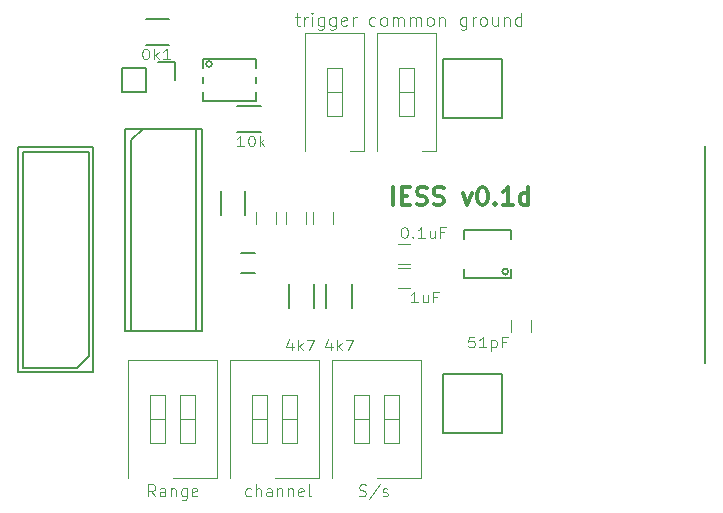
<source format=gbr>
G04 #@! TF.FileFunction,Legend,Top*
%FSLAX46Y46*%
G04 Gerber Fmt 4.6, Leading zero omitted, Abs format (unit mm)*
G04 Created by KiCad (PCBNEW 4.0.5) date 01/31/17 23:14:54*
%MOMM*%
%LPD*%
G01*
G04 APERTURE LIST*
%ADD10C,0.100000*%
%ADD11C,0.300000*%
%ADD12C,0.150000*%
%ADD13C,0.120000*%
G04 APERTURE END LIST*
D10*
X167298762Y-97562143D02*
X166727333Y-97562143D01*
X167013047Y-97562143D02*
X167013047Y-96662143D01*
X166917809Y-96790714D01*
X166822571Y-96876429D01*
X166727333Y-96919286D01*
X167917809Y-96662143D02*
X168013048Y-96662143D01*
X168108286Y-96705000D01*
X168155905Y-96747857D01*
X168203524Y-96833571D01*
X168251143Y-97005000D01*
X168251143Y-97219286D01*
X168203524Y-97390714D01*
X168155905Y-97476429D01*
X168108286Y-97519286D01*
X168013048Y-97562143D01*
X167917809Y-97562143D01*
X167822571Y-97519286D01*
X167774952Y-97476429D01*
X167727333Y-97390714D01*
X167679714Y-97219286D01*
X167679714Y-97005000D01*
X167727333Y-96833571D01*
X167774952Y-96747857D01*
X167822571Y-96705000D01*
X167917809Y-96662143D01*
X168679714Y-97562143D02*
X168679714Y-96662143D01*
X168774952Y-97219286D02*
X169060667Y-97562143D01*
X169060667Y-96962143D02*
X168679714Y-97305000D01*
X158964428Y-89296143D02*
X159059667Y-89296143D01*
X159154905Y-89339000D01*
X159202524Y-89381857D01*
X159250143Y-89467571D01*
X159297762Y-89639000D01*
X159297762Y-89853286D01*
X159250143Y-90024714D01*
X159202524Y-90110429D01*
X159154905Y-90153286D01*
X159059667Y-90196143D01*
X158964428Y-90196143D01*
X158869190Y-90153286D01*
X158821571Y-90110429D01*
X158773952Y-90024714D01*
X158726333Y-89853286D01*
X158726333Y-89639000D01*
X158773952Y-89467571D01*
X158821571Y-89381857D01*
X158869190Y-89339000D01*
X158964428Y-89296143D01*
X159726333Y-90196143D02*
X159726333Y-89296143D01*
X159821571Y-89853286D02*
X160107286Y-90196143D01*
X160107286Y-89596143D02*
X159726333Y-89939000D01*
X161059667Y-90196143D02*
X160488238Y-90196143D01*
X160773952Y-90196143D02*
X160773952Y-89296143D01*
X160678714Y-89424714D01*
X160583476Y-89510429D01*
X160488238Y-89553286D01*
X174696524Y-114234143D02*
X174696524Y-114834143D01*
X174458428Y-113891286D02*
X174220333Y-114534143D01*
X174839381Y-114534143D01*
X175220333Y-114834143D02*
X175220333Y-113934143D01*
X175315571Y-114491286D02*
X175601286Y-114834143D01*
X175601286Y-114234143D02*
X175220333Y-114577000D01*
X175934619Y-113934143D02*
X176601286Y-113934143D01*
X176172714Y-114834143D01*
X171394524Y-114234143D02*
X171394524Y-114834143D01*
X171156428Y-113891286D02*
X170918333Y-114534143D01*
X171537381Y-114534143D01*
X171918333Y-114834143D02*
X171918333Y-113934143D01*
X172013571Y-114491286D02*
X172299286Y-114834143D01*
X172299286Y-114234143D02*
X171918333Y-114577000D01*
X172632619Y-113934143D02*
X173299286Y-113934143D01*
X172870714Y-114834143D01*
X180856143Y-104409143D02*
X180951382Y-104409143D01*
X181046620Y-104452000D01*
X181094239Y-104494857D01*
X181141858Y-104580571D01*
X181189477Y-104752000D01*
X181189477Y-104966286D01*
X181141858Y-105137714D01*
X181094239Y-105223429D01*
X181046620Y-105266286D01*
X180951382Y-105309143D01*
X180856143Y-105309143D01*
X180760905Y-105266286D01*
X180713286Y-105223429D01*
X180665667Y-105137714D01*
X180618048Y-104966286D01*
X180618048Y-104752000D01*
X180665667Y-104580571D01*
X180713286Y-104494857D01*
X180760905Y-104452000D01*
X180856143Y-104409143D01*
X181618048Y-105223429D02*
X181665667Y-105266286D01*
X181618048Y-105309143D01*
X181570429Y-105266286D01*
X181618048Y-105223429D01*
X181618048Y-105309143D01*
X182618048Y-105309143D02*
X182046619Y-105309143D01*
X182332333Y-105309143D02*
X182332333Y-104409143D01*
X182237095Y-104537714D01*
X182141857Y-104623429D01*
X182046619Y-104666286D01*
X183475191Y-104709143D02*
X183475191Y-105309143D01*
X183046619Y-104709143D02*
X183046619Y-105180571D01*
X183094238Y-105266286D01*
X183189476Y-105309143D01*
X183332334Y-105309143D01*
X183427572Y-105266286D01*
X183475191Y-105223429D01*
X184284715Y-104837714D02*
X183951381Y-104837714D01*
X183951381Y-105309143D02*
X183951381Y-104409143D01*
X184427572Y-104409143D01*
X182030762Y-110770143D02*
X181459333Y-110770143D01*
X181745047Y-110770143D02*
X181745047Y-109870143D01*
X181649809Y-109998714D01*
X181554571Y-110084429D01*
X181459333Y-110127286D01*
X182887905Y-110170143D02*
X182887905Y-110770143D01*
X182459333Y-110170143D02*
X182459333Y-110641571D01*
X182506952Y-110727286D01*
X182602190Y-110770143D01*
X182745048Y-110770143D01*
X182840286Y-110727286D01*
X182887905Y-110684429D01*
X183697429Y-110298714D02*
X183364095Y-110298714D01*
X183364095Y-110770143D02*
X183364095Y-109870143D01*
X183840286Y-109870143D01*
X186840953Y-113680143D02*
X186364762Y-113680143D01*
X186317143Y-114108714D01*
X186364762Y-114065857D01*
X186460000Y-114023000D01*
X186698096Y-114023000D01*
X186793334Y-114065857D01*
X186840953Y-114108714D01*
X186888572Y-114194429D01*
X186888572Y-114408714D01*
X186840953Y-114494429D01*
X186793334Y-114537286D01*
X186698096Y-114580143D01*
X186460000Y-114580143D01*
X186364762Y-114537286D01*
X186317143Y-114494429D01*
X187840953Y-114580143D02*
X187269524Y-114580143D01*
X187555238Y-114580143D02*
X187555238Y-113680143D01*
X187460000Y-113808714D01*
X187364762Y-113894429D01*
X187269524Y-113937286D01*
X188269524Y-113980143D02*
X188269524Y-114880143D01*
X188269524Y-114023000D02*
X188364762Y-113980143D01*
X188555239Y-113980143D01*
X188650477Y-114023000D01*
X188698096Y-114065857D01*
X188745715Y-114151571D01*
X188745715Y-114408714D01*
X188698096Y-114494429D01*
X188650477Y-114537286D01*
X188555239Y-114580143D01*
X188364762Y-114580143D01*
X188269524Y-114537286D01*
X189507620Y-114108714D02*
X189174286Y-114108714D01*
X189174286Y-114580143D02*
X189174286Y-113680143D01*
X189650477Y-113680143D01*
X178458762Y-87313238D02*
X178354000Y-87365619D01*
X178144477Y-87365619D01*
X178039715Y-87313238D01*
X177987334Y-87260857D01*
X177934953Y-87156095D01*
X177934953Y-86841810D01*
X177987334Y-86737048D01*
X178039715Y-86684667D01*
X178144477Y-86632286D01*
X178354000Y-86632286D01*
X178458762Y-86684667D01*
X179087334Y-87365619D02*
X178982572Y-87313238D01*
X178930191Y-87260857D01*
X178877810Y-87156095D01*
X178877810Y-86841810D01*
X178930191Y-86737048D01*
X178982572Y-86684667D01*
X179087334Y-86632286D01*
X179244476Y-86632286D01*
X179349238Y-86684667D01*
X179401619Y-86737048D01*
X179454000Y-86841810D01*
X179454000Y-87156095D01*
X179401619Y-87260857D01*
X179349238Y-87313238D01*
X179244476Y-87365619D01*
X179087334Y-87365619D01*
X179925429Y-87365619D02*
X179925429Y-86632286D01*
X179925429Y-86737048D02*
X179977810Y-86684667D01*
X180082572Y-86632286D01*
X180239714Y-86632286D01*
X180344476Y-86684667D01*
X180396857Y-86789429D01*
X180396857Y-87365619D01*
X180396857Y-86789429D02*
X180449238Y-86684667D01*
X180554000Y-86632286D01*
X180711143Y-86632286D01*
X180815905Y-86684667D01*
X180868286Y-86789429D01*
X180868286Y-87365619D01*
X181392096Y-87365619D02*
X181392096Y-86632286D01*
X181392096Y-86737048D02*
X181444477Y-86684667D01*
X181549239Y-86632286D01*
X181706381Y-86632286D01*
X181811143Y-86684667D01*
X181863524Y-86789429D01*
X181863524Y-87365619D01*
X181863524Y-86789429D02*
X181915905Y-86684667D01*
X182020667Y-86632286D01*
X182177810Y-86632286D01*
X182282572Y-86684667D01*
X182334953Y-86789429D01*
X182334953Y-87365619D01*
X183015906Y-87365619D02*
X182911144Y-87313238D01*
X182858763Y-87260857D01*
X182806382Y-87156095D01*
X182806382Y-86841810D01*
X182858763Y-86737048D01*
X182911144Y-86684667D01*
X183015906Y-86632286D01*
X183173048Y-86632286D01*
X183277810Y-86684667D01*
X183330191Y-86737048D01*
X183382572Y-86841810D01*
X183382572Y-87156095D01*
X183330191Y-87260857D01*
X183277810Y-87313238D01*
X183173048Y-87365619D01*
X183015906Y-87365619D01*
X183854001Y-86632286D02*
X183854001Y-87365619D01*
X183854001Y-86737048D02*
X183906382Y-86684667D01*
X184011144Y-86632286D01*
X184168286Y-86632286D01*
X184273048Y-86684667D01*
X184325429Y-86789429D01*
X184325429Y-87365619D01*
X186158762Y-86632286D02*
X186158762Y-87522762D01*
X186106381Y-87627524D01*
X186054000Y-87679905D01*
X185949239Y-87732286D01*
X185792096Y-87732286D01*
X185687334Y-87679905D01*
X186158762Y-87313238D02*
X186054000Y-87365619D01*
X185844477Y-87365619D01*
X185739715Y-87313238D01*
X185687334Y-87260857D01*
X185634953Y-87156095D01*
X185634953Y-86841810D01*
X185687334Y-86737048D01*
X185739715Y-86684667D01*
X185844477Y-86632286D01*
X186054000Y-86632286D01*
X186158762Y-86684667D01*
X186682572Y-87365619D02*
X186682572Y-86632286D01*
X186682572Y-86841810D02*
X186734953Y-86737048D01*
X186787334Y-86684667D01*
X186892096Y-86632286D01*
X186996857Y-86632286D01*
X187520667Y-87365619D02*
X187415905Y-87313238D01*
X187363524Y-87260857D01*
X187311143Y-87156095D01*
X187311143Y-86841810D01*
X187363524Y-86737048D01*
X187415905Y-86684667D01*
X187520667Y-86632286D01*
X187677809Y-86632286D01*
X187782571Y-86684667D01*
X187834952Y-86737048D01*
X187887333Y-86841810D01*
X187887333Y-87156095D01*
X187834952Y-87260857D01*
X187782571Y-87313238D01*
X187677809Y-87365619D01*
X187520667Y-87365619D01*
X188830190Y-86632286D02*
X188830190Y-87365619D01*
X188358762Y-86632286D02*
X188358762Y-87208476D01*
X188411143Y-87313238D01*
X188515905Y-87365619D01*
X188673047Y-87365619D01*
X188777809Y-87313238D01*
X188830190Y-87260857D01*
X189354000Y-86632286D02*
X189354000Y-87365619D01*
X189354000Y-86737048D02*
X189406381Y-86684667D01*
X189511143Y-86632286D01*
X189668285Y-86632286D01*
X189773047Y-86684667D01*
X189825428Y-86789429D01*
X189825428Y-87365619D01*
X190820666Y-87365619D02*
X190820666Y-86265619D01*
X190820666Y-87313238D02*
X190715904Y-87365619D01*
X190506381Y-87365619D01*
X190401619Y-87313238D01*
X190349238Y-87260857D01*
X190296857Y-87156095D01*
X190296857Y-86841810D01*
X190349238Y-86737048D01*
X190401619Y-86684667D01*
X190506381Y-86632286D01*
X190715904Y-86632286D01*
X190820666Y-86684667D01*
X171624953Y-86632286D02*
X172044001Y-86632286D01*
X171782096Y-86265619D02*
X171782096Y-87208476D01*
X171834477Y-87313238D01*
X171939239Y-87365619D01*
X172044001Y-87365619D01*
X172410667Y-87365619D02*
X172410667Y-86632286D01*
X172410667Y-86841810D02*
X172463048Y-86737048D01*
X172515429Y-86684667D01*
X172620191Y-86632286D01*
X172724952Y-86632286D01*
X173091619Y-87365619D02*
X173091619Y-86632286D01*
X173091619Y-86265619D02*
X173039238Y-86318000D01*
X173091619Y-86370381D01*
X173144000Y-86318000D01*
X173091619Y-86265619D01*
X173091619Y-86370381D01*
X174086857Y-86632286D02*
X174086857Y-87522762D01*
X174034476Y-87627524D01*
X173982095Y-87679905D01*
X173877334Y-87732286D01*
X173720191Y-87732286D01*
X173615429Y-87679905D01*
X174086857Y-87313238D02*
X173982095Y-87365619D01*
X173772572Y-87365619D01*
X173667810Y-87313238D01*
X173615429Y-87260857D01*
X173563048Y-87156095D01*
X173563048Y-86841810D01*
X173615429Y-86737048D01*
X173667810Y-86684667D01*
X173772572Y-86632286D01*
X173982095Y-86632286D01*
X174086857Y-86684667D01*
X175082095Y-86632286D02*
X175082095Y-87522762D01*
X175029714Y-87627524D01*
X174977333Y-87679905D01*
X174872572Y-87732286D01*
X174715429Y-87732286D01*
X174610667Y-87679905D01*
X175082095Y-87313238D02*
X174977333Y-87365619D01*
X174767810Y-87365619D01*
X174663048Y-87313238D01*
X174610667Y-87260857D01*
X174558286Y-87156095D01*
X174558286Y-86841810D01*
X174610667Y-86737048D01*
X174663048Y-86684667D01*
X174767810Y-86632286D01*
X174977333Y-86632286D01*
X175082095Y-86684667D01*
X176024952Y-87313238D02*
X175920190Y-87365619D01*
X175710667Y-87365619D01*
X175605905Y-87313238D01*
X175553524Y-87208476D01*
X175553524Y-86789429D01*
X175605905Y-86684667D01*
X175710667Y-86632286D01*
X175920190Y-86632286D01*
X176024952Y-86684667D01*
X176077333Y-86789429D01*
X176077333Y-86894190D01*
X175553524Y-86998952D01*
X176548762Y-87365619D02*
X176548762Y-86632286D01*
X176548762Y-86841810D02*
X176601143Y-86737048D01*
X176653524Y-86684667D01*
X176758286Y-86632286D01*
X176863047Y-86632286D01*
X177093714Y-127150762D02*
X177236571Y-127198381D01*
X177474667Y-127198381D01*
X177569905Y-127150762D01*
X177617524Y-127103143D01*
X177665143Y-127007905D01*
X177665143Y-126912667D01*
X177617524Y-126817429D01*
X177569905Y-126769810D01*
X177474667Y-126722190D01*
X177284190Y-126674571D01*
X177188952Y-126626952D01*
X177141333Y-126579333D01*
X177093714Y-126484095D01*
X177093714Y-126388857D01*
X177141333Y-126293619D01*
X177188952Y-126246000D01*
X177284190Y-126198381D01*
X177522286Y-126198381D01*
X177665143Y-126246000D01*
X178808000Y-126150762D02*
X177950857Y-127436476D01*
X179093714Y-127150762D02*
X179188952Y-127198381D01*
X179379428Y-127198381D01*
X179474667Y-127150762D01*
X179522286Y-127055524D01*
X179522286Y-127007905D01*
X179474667Y-126912667D01*
X179379428Y-126865048D01*
X179236571Y-126865048D01*
X179141333Y-126817429D01*
X179093714Y-126722190D01*
X179093714Y-126674571D01*
X179141333Y-126579333D01*
X179236571Y-126531714D01*
X179379428Y-126531714D01*
X179474667Y-126579333D01*
X167918095Y-127150762D02*
X167822857Y-127198381D01*
X167632380Y-127198381D01*
X167537142Y-127150762D01*
X167489523Y-127103143D01*
X167441904Y-127007905D01*
X167441904Y-126722190D01*
X167489523Y-126626952D01*
X167537142Y-126579333D01*
X167632380Y-126531714D01*
X167822857Y-126531714D01*
X167918095Y-126579333D01*
X168346666Y-127198381D02*
X168346666Y-126198381D01*
X168775238Y-127198381D02*
X168775238Y-126674571D01*
X168727619Y-126579333D01*
X168632381Y-126531714D01*
X168489523Y-126531714D01*
X168394285Y-126579333D01*
X168346666Y-126626952D01*
X169680000Y-127198381D02*
X169680000Y-126674571D01*
X169632381Y-126579333D01*
X169537143Y-126531714D01*
X169346666Y-126531714D01*
X169251428Y-126579333D01*
X169680000Y-127150762D02*
X169584762Y-127198381D01*
X169346666Y-127198381D01*
X169251428Y-127150762D01*
X169203809Y-127055524D01*
X169203809Y-126960286D01*
X169251428Y-126865048D01*
X169346666Y-126817429D01*
X169584762Y-126817429D01*
X169680000Y-126769810D01*
X170156190Y-126531714D02*
X170156190Y-127198381D01*
X170156190Y-126626952D02*
X170203809Y-126579333D01*
X170299047Y-126531714D01*
X170441905Y-126531714D01*
X170537143Y-126579333D01*
X170584762Y-126674571D01*
X170584762Y-127198381D01*
X171060952Y-126531714D02*
X171060952Y-127198381D01*
X171060952Y-126626952D02*
X171108571Y-126579333D01*
X171203809Y-126531714D01*
X171346667Y-126531714D01*
X171441905Y-126579333D01*
X171489524Y-126674571D01*
X171489524Y-127198381D01*
X172346667Y-127150762D02*
X172251429Y-127198381D01*
X172060952Y-127198381D01*
X171965714Y-127150762D01*
X171918095Y-127055524D01*
X171918095Y-126674571D01*
X171965714Y-126579333D01*
X172060952Y-126531714D01*
X172251429Y-126531714D01*
X172346667Y-126579333D01*
X172394286Y-126674571D01*
X172394286Y-126769810D01*
X171918095Y-126865048D01*
X172965714Y-127198381D02*
X172870476Y-127150762D01*
X172822857Y-127055524D01*
X172822857Y-126198381D01*
X159813810Y-127198381D02*
X159480476Y-126722190D01*
X159242381Y-127198381D02*
X159242381Y-126198381D01*
X159623334Y-126198381D01*
X159718572Y-126246000D01*
X159766191Y-126293619D01*
X159813810Y-126388857D01*
X159813810Y-126531714D01*
X159766191Y-126626952D01*
X159718572Y-126674571D01*
X159623334Y-126722190D01*
X159242381Y-126722190D01*
X160670953Y-127198381D02*
X160670953Y-126674571D01*
X160623334Y-126579333D01*
X160528096Y-126531714D01*
X160337619Y-126531714D01*
X160242381Y-126579333D01*
X160670953Y-127150762D02*
X160575715Y-127198381D01*
X160337619Y-127198381D01*
X160242381Y-127150762D01*
X160194762Y-127055524D01*
X160194762Y-126960286D01*
X160242381Y-126865048D01*
X160337619Y-126817429D01*
X160575715Y-126817429D01*
X160670953Y-126769810D01*
X161147143Y-126531714D02*
X161147143Y-127198381D01*
X161147143Y-126626952D02*
X161194762Y-126579333D01*
X161290000Y-126531714D01*
X161432858Y-126531714D01*
X161528096Y-126579333D01*
X161575715Y-126674571D01*
X161575715Y-127198381D01*
X162480477Y-126531714D02*
X162480477Y-127341238D01*
X162432858Y-127436476D01*
X162385239Y-127484095D01*
X162290000Y-127531714D01*
X162147143Y-127531714D01*
X162051905Y-127484095D01*
X162480477Y-127150762D02*
X162385239Y-127198381D01*
X162194762Y-127198381D01*
X162099524Y-127150762D01*
X162051905Y-127103143D01*
X162004286Y-127007905D01*
X162004286Y-126722190D01*
X162051905Y-126626952D01*
X162099524Y-126579333D01*
X162194762Y-126531714D01*
X162385239Y-126531714D01*
X162480477Y-126579333D01*
X163337620Y-127150762D02*
X163242382Y-127198381D01*
X163051905Y-127198381D01*
X162956667Y-127150762D01*
X162909048Y-127055524D01*
X162909048Y-126674571D01*
X162956667Y-126579333D01*
X163051905Y-126531714D01*
X163242382Y-126531714D01*
X163337620Y-126579333D01*
X163385239Y-126674571D01*
X163385239Y-126769810D01*
X162909048Y-126865048D01*
D11*
X179959715Y-102532571D02*
X179959715Y-101032571D01*
X180674001Y-101746857D02*
X181174001Y-101746857D01*
X181388287Y-102532571D02*
X180674001Y-102532571D01*
X180674001Y-101032571D01*
X181388287Y-101032571D01*
X181959715Y-102461143D02*
X182174001Y-102532571D01*
X182531144Y-102532571D01*
X182674001Y-102461143D01*
X182745430Y-102389714D01*
X182816858Y-102246857D01*
X182816858Y-102104000D01*
X182745430Y-101961143D01*
X182674001Y-101889714D01*
X182531144Y-101818286D01*
X182245430Y-101746857D01*
X182102572Y-101675429D01*
X182031144Y-101604000D01*
X181959715Y-101461143D01*
X181959715Y-101318286D01*
X182031144Y-101175429D01*
X182102572Y-101104000D01*
X182245430Y-101032571D01*
X182602572Y-101032571D01*
X182816858Y-101104000D01*
X183388286Y-102461143D02*
X183602572Y-102532571D01*
X183959715Y-102532571D01*
X184102572Y-102461143D01*
X184174001Y-102389714D01*
X184245429Y-102246857D01*
X184245429Y-102104000D01*
X184174001Y-101961143D01*
X184102572Y-101889714D01*
X183959715Y-101818286D01*
X183674001Y-101746857D01*
X183531143Y-101675429D01*
X183459715Y-101604000D01*
X183388286Y-101461143D01*
X183388286Y-101318286D01*
X183459715Y-101175429D01*
X183531143Y-101104000D01*
X183674001Y-101032571D01*
X184031143Y-101032571D01*
X184245429Y-101104000D01*
X185888286Y-101532571D02*
X186245429Y-102532571D01*
X186602571Y-101532571D01*
X187459714Y-101032571D02*
X187602571Y-101032571D01*
X187745428Y-101104000D01*
X187816857Y-101175429D01*
X187888286Y-101318286D01*
X187959714Y-101604000D01*
X187959714Y-101961143D01*
X187888286Y-102246857D01*
X187816857Y-102389714D01*
X187745428Y-102461143D01*
X187602571Y-102532571D01*
X187459714Y-102532571D01*
X187316857Y-102461143D01*
X187245428Y-102389714D01*
X187174000Y-102246857D01*
X187102571Y-101961143D01*
X187102571Y-101604000D01*
X187174000Y-101318286D01*
X187245428Y-101175429D01*
X187316857Y-101104000D01*
X187459714Y-101032571D01*
X188602571Y-102389714D02*
X188673999Y-102461143D01*
X188602571Y-102532571D01*
X188531142Y-102461143D01*
X188602571Y-102389714D01*
X188602571Y-102532571D01*
X190102571Y-102532571D02*
X189245428Y-102532571D01*
X189674000Y-102532571D02*
X189674000Y-101032571D01*
X189531143Y-101246857D01*
X189388285Y-101389714D01*
X189245428Y-101461143D01*
X191388285Y-102532571D02*
X191388285Y-101032571D01*
X191388285Y-102461143D02*
X191245428Y-102532571D01*
X190959714Y-102532571D01*
X190816856Y-102461143D01*
X190745428Y-102389714D01*
X190673999Y-102246857D01*
X190673999Y-101818286D01*
X190745428Y-101675429D01*
X190816856Y-101604000D01*
X190959714Y-101532571D01*
X191245428Y-101532571D01*
X191388285Y-101604000D01*
D12*
X157758000Y-97063000D02*
X158758000Y-96063000D01*
X158758000Y-96063000D02*
X163298000Y-96063000D01*
X163298000Y-96063000D02*
X163298000Y-113233000D01*
X163298000Y-113233000D02*
X157758000Y-113233000D01*
X157758000Y-113233000D02*
X157758000Y-97063000D01*
X163798000Y-96063000D02*
X163798000Y-113233000D01*
X163798000Y-113233000D02*
X157258000Y-113233000D01*
X157258000Y-113233000D02*
X157258000Y-96063000D01*
X157258000Y-96063000D02*
X163798000Y-96063000D01*
X159020000Y-90948000D02*
X159020000Y-92948000D01*
X159020000Y-92948000D02*
X157020000Y-92948000D01*
X157020000Y-92948000D02*
X157020000Y-90948000D01*
X157020000Y-90948000D02*
X159020000Y-90948000D01*
X160020000Y-90448000D02*
X161520000Y-90448000D01*
X161520000Y-90448000D02*
X161520000Y-91948000D01*
X164616000Y-90598000D02*
G75*
G03X164616000Y-90598000I-250000J0D01*
G01*
X168366000Y-92198000D02*
X168366000Y-91698000D01*
X163866000Y-92948000D02*
X163866000Y-93448000D01*
X163866000Y-93448000D02*
X163866000Y-93698000D01*
X163866000Y-93698000D02*
X168366000Y-93698000D01*
X168366000Y-93698000D02*
X168366000Y-92948000D01*
X163866000Y-91698000D02*
X163866000Y-92198000D01*
X168366000Y-90948000D02*
X168366000Y-90198000D01*
X168366000Y-90198000D02*
X163866000Y-90198000D01*
X163866000Y-90198000D02*
X163866000Y-90948000D01*
X189960000Y-104680000D02*
X185960000Y-104680000D01*
X185960000Y-104680000D02*
X185960000Y-104930000D01*
X189960000Y-104680000D02*
X189960000Y-104930000D01*
X189710000Y-108180000D02*
G75*
G03X189710000Y-108180000I-250000J0D01*
G01*
X189960000Y-107930000D02*
X189960000Y-108680000D01*
X189960000Y-108680000D02*
X185960000Y-108680000D01*
X185960000Y-108680000D02*
X185960000Y-108430000D01*
X185960000Y-105430000D02*
X185960000Y-104930000D01*
X189960000Y-104930000D02*
X189960000Y-105430000D01*
X185960000Y-108430000D02*
X185960000Y-107930000D01*
X184190640Y-116880640D02*
X189189360Y-116880640D01*
X189189360Y-116880640D02*
X189189360Y-121879360D01*
X189189360Y-121879360D02*
X184190640Y-121879360D01*
X184190640Y-121879360D02*
X184190640Y-116880640D01*
X184190640Y-90210640D02*
X189189360Y-90210640D01*
X189189360Y-90210640D02*
X189189360Y-95209360D01*
X189189360Y-95209360D02*
X184190640Y-95209360D01*
X184190640Y-95209360D02*
X184190640Y-90210640D01*
X165345000Y-101362000D02*
X165345000Y-103362000D01*
X167395000Y-103362000D02*
X167395000Y-101362000D01*
D13*
X166176000Y-125660000D02*
X166176000Y-115640000D01*
X166176000Y-115640000D02*
X173676000Y-115640000D01*
X173676000Y-115640000D02*
X173676000Y-125660000D01*
X173676000Y-125660000D02*
X169926000Y-125660000D01*
X168021000Y-122680000D02*
X169291000Y-122680000D01*
X169291000Y-122680000D02*
X169291000Y-118620000D01*
X169291000Y-118620000D02*
X168021000Y-118620000D01*
X168021000Y-118620000D02*
X168021000Y-122680000D01*
X168021000Y-120650000D02*
X169291000Y-120650000D01*
X170561000Y-122680000D02*
X171831000Y-122680000D01*
X171831000Y-122680000D02*
X171831000Y-118620000D01*
X171831000Y-118620000D02*
X170561000Y-118620000D01*
X170561000Y-118620000D02*
X170561000Y-122680000D01*
X170561000Y-120650000D02*
X171831000Y-120650000D01*
X178622000Y-97974000D02*
X178622000Y-87954000D01*
X178622000Y-87954000D02*
X183582000Y-87954000D01*
X183582000Y-87954000D02*
X183582000Y-97974000D01*
X183582000Y-97974000D02*
X182372000Y-97974000D01*
X180467000Y-94994000D02*
X181737000Y-94994000D01*
X181737000Y-94994000D02*
X181737000Y-90934000D01*
X181737000Y-90934000D02*
X180467000Y-90934000D01*
X180467000Y-90934000D02*
X180467000Y-94994000D01*
X180467000Y-92964000D02*
X181737000Y-92964000D01*
X157540000Y-125660000D02*
X157540000Y-115640000D01*
X157540000Y-115640000D02*
X165040000Y-115640000D01*
X165040000Y-115640000D02*
X165040000Y-125660000D01*
X165040000Y-125660000D02*
X161290000Y-125660000D01*
X159385000Y-122680000D02*
X160655000Y-122680000D01*
X160655000Y-122680000D02*
X160655000Y-118620000D01*
X160655000Y-118620000D02*
X159385000Y-118620000D01*
X159385000Y-118620000D02*
X159385000Y-122680000D01*
X159385000Y-120650000D02*
X160655000Y-120650000D01*
X161925000Y-122680000D02*
X163195000Y-122680000D01*
X163195000Y-122680000D02*
X163195000Y-118620000D01*
X163195000Y-118620000D02*
X161925000Y-118620000D01*
X161925000Y-118620000D02*
X161925000Y-122680000D01*
X161925000Y-120650000D02*
X163195000Y-120650000D01*
X174812000Y-125660000D02*
X174812000Y-115640000D01*
X174812000Y-115640000D02*
X182312000Y-115640000D01*
X182312000Y-115640000D02*
X182312000Y-125660000D01*
X182312000Y-125660000D02*
X178562000Y-125660000D01*
X176657000Y-122680000D02*
X177927000Y-122680000D01*
X177927000Y-122680000D02*
X177927000Y-118620000D01*
X177927000Y-118620000D02*
X176657000Y-118620000D01*
X176657000Y-118620000D02*
X176657000Y-122680000D01*
X176657000Y-120650000D02*
X177927000Y-120650000D01*
X179197000Y-122680000D02*
X180467000Y-122680000D01*
X180467000Y-122680000D02*
X180467000Y-118620000D01*
X180467000Y-118620000D02*
X179197000Y-118620000D01*
X179197000Y-118620000D02*
X179197000Y-122680000D01*
X179197000Y-120650000D02*
X180467000Y-120650000D01*
X172526000Y-97974000D02*
X172526000Y-87954000D01*
X172526000Y-87954000D02*
X177486000Y-87954000D01*
X177486000Y-87954000D02*
X177486000Y-97974000D01*
X177486000Y-97974000D02*
X176276000Y-97974000D01*
X174371000Y-94994000D02*
X175641000Y-94994000D01*
X175641000Y-94994000D02*
X175641000Y-90934000D01*
X175641000Y-90934000D02*
X174371000Y-90934000D01*
X174371000Y-90934000D02*
X174371000Y-94994000D01*
X174371000Y-92964000D02*
X175641000Y-92964000D01*
D12*
X159020000Y-86809000D02*
X161020000Y-86809000D01*
X161020000Y-88959000D02*
X159020000Y-88959000D01*
X168767000Y-96325000D02*
X166767000Y-96325000D01*
X166767000Y-94175000D02*
X168767000Y-94175000D01*
X171137000Y-111236000D02*
X171137000Y-109236000D01*
X173287000Y-109236000D02*
X173287000Y-111236000D01*
X174312000Y-111236000D02*
X174312000Y-109236000D01*
X176462000Y-109236000D02*
X176462000Y-111236000D01*
D13*
X170854000Y-103132000D02*
X170854000Y-104132000D01*
X172554000Y-104132000D02*
X172554000Y-103132000D01*
X173140000Y-103132000D02*
X173140000Y-104132000D01*
X174840000Y-104132000D02*
X174840000Y-103132000D01*
X191604000Y-113276000D02*
X191604000Y-112276000D01*
X189904000Y-112276000D02*
X189904000Y-113276000D01*
X168314000Y-103132000D02*
X168314000Y-104132000D01*
X170014000Y-104132000D02*
X170014000Y-103132000D01*
X180348000Y-109562000D02*
X181348000Y-109562000D01*
X181348000Y-107862000D02*
X180348000Y-107862000D01*
X180348000Y-107530000D02*
X181348000Y-107530000D01*
X181348000Y-105830000D02*
X180348000Y-105830000D01*
D12*
X168240000Y-108317000D02*
X167040000Y-108317000D01*
X167040000Y-106567000D02*
X168240000Y-106567000D01*
X154178000Y-98044000D02*
X148590000Y-98044000D01*
X148590000Y-98044000D02*
X148590000Y-116332000D01*
X154178000Y-115316000D02*
X154178000Y-98044000D01*
X153162000Y-116332000D02*
X154178000Y-115316000D01*
X148590000Y-116332000D02*
X153162000Y-116332000D01*
X148209000Y-116713000D02*
X154559000Y-116713000D01*
X154559000Y-116713000D02*
X154559000Y-97663000D01*
X154559000Y-97663000D02*
X148209000Y-97663000D01*
X148209000Y-116713000D02*
X148209000Y-97663000D01*
X206375000Y-115951000D02*
X206375000Y-97536000D01*
M02*

</source>
